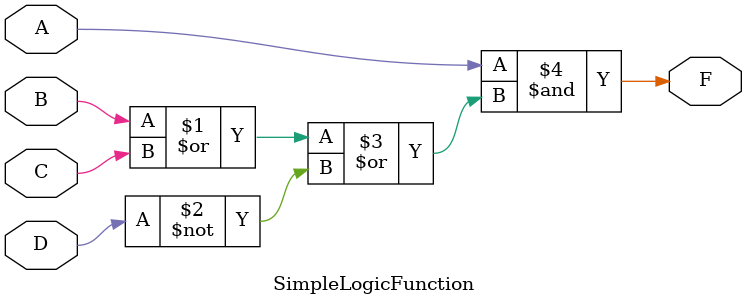
<source format=sv>

module SimpleLogicFunction(A, B, C, D, F);
  input A, B, C, D;
  output F;
  
  assign F = A & (B | C | ~D); // F = A AND (B OR C OR NOT D)
  
endmodule

</source>
